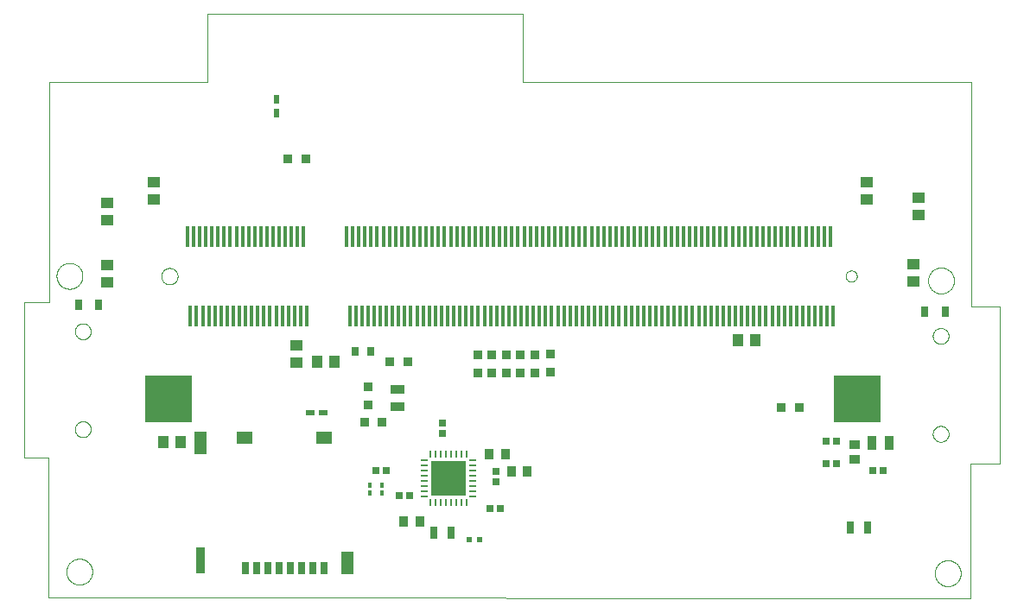
<source format=gbp>
G75*
%MOIN*%
%OFA0B0*%
%FSLAX25Y25*%
%IPPOS*%
%LPD*%
%AMOC8*
5,1,8,0,0,1.08239X$1,22.5*
%
%ADD10C,0.00000*%
%ADD11R,0.03800X0.03600*%
%ADD12R,0.03600X0.03800*%
%ADD13R,0.05700X0.03800*%
%ADD14R,0.04724X0.03959*%
%ADD15R,0.03959X0.04724*%
%ADD16R,0.01378X0.07874*%
%ADD17R,0.18110X0.18110*%
%ADD18R,0.02760X0.03940*%
%ADD19R,0.03000X0.03200*%
%ADD20R,0.02400X0.03400*%
%ADD21R,0.03400X0.02400*%
%ADD22R,0.03150X0.04882*%
%ADD23R,0.03740X0.09843*%
%ADD24R,0.04528X0.08661*%
%ADD25R,0.05906X0.04528*%
%ADD26R,0.04100X0.03600*%
%ADD27R,0.03800X0.05700*%
%ADD28R,0.02800X0.02800*%
%ADD29R,0.02756X0.00984*%
%ADD30R,0.13583X0.13583*%
%ADD31R,0.00984X0.02756*%
%ADD32R,0.03200X0.04200*%
%ADD33R,0.01378X0.01969*%
%ADD34R,0.01693X0.01969*%
%ADD35R,0.02200X0.02400*%
%ADD36R,0.02800X0.04900*%
D10*
X0010700Y0002800D02*
X0011139Y0002800D01*
X0366500Y0002500D01*
X0366500Y0054500D01*
X0377700Y0054500D01*
X0377700Y0115201D01*
X0366900Y0115201D01*
X0366700Y0201801D01*
X0193900Y0201900D01*
X0193900Y0228100D01*
X0072100Y0228100D01*
X0072100Y0201901D01*
X0011139Y0201901D01*
X0011100Y0120100D01*
X0011100Y0116700D01*
X0001500Y0116700D01*
X0001500Y0057000D01*
X0010700Y0056900D01*
X0010700Y0002800D01*
X0017700Y0012800D02*
X0017702Y0012941D01*
X0017708Y0013082D01*
X0017718Y0013222D01*
X0017732Y0013362D01*
X0017750Y0013502D01*
X0017771Y0013641D01*
X0017797Y0013780D01*
X0017826Y0013918D01*
X0017860Y0014054D01*
X0017897Y0014190D01*
X0017938Y0014325D01*
X0017983Y0014459D01*
X0018032Y0014591D01*
X0018084Y0014722D01*
X0018140Y0014851D01*
X0018200Y0014978D01*
X0018263Y0015104D01*
X0018329Y0015228D01*
X0018400Y0015351D01*
X0018473Y0015471D01*
X0018550Y0015589D01*
X0018630Y0015705D01*
X0018714Y0015818D01*
X0018800Y0015929D01*
X0018890Y0016038D01*
X0018983Y0016144D01*
X0019078Y0016247D01*
X0019177Y0016348D01*
X0019278Y0016446D01*
X0019382Y0016541D01*
X0019489Y0016633D01*
X0019598Y0016722D01*
X0019710Y0016807D01*
X0019824Y0016890D01*
X0019940Y0016970D01*
X0020059Y0017046D01*
X0020180Y0017118D01*
X0020302Y0017188D01*
X0020427Y0017253D01*
X0020553Y0017316D01*
X0020681Y0017374D01*
X0020811Y0017429D01*
X0020942Y0017481D01*
X0021075Y0017528D01*
X0021209Y0017572D01*
X0021344Y0017613D01*
X0021480Y0017649D01*
X0021617Y0017681D01*
X0021755Y0017710D01*
X0021893Y0017735D01*
X0022033Y0017755D01*
X0022173Y0017772D01*
X0022313Y0017785D01*
X0022454Y0017794D01*
X0022594Y0017799D01*
X0022735Y0017800D01*
X0022876Y0017797D01*
X0023017Y0017790D01*
X0023157Y0017779D01*
X0023297Y0017764D01*
X0023437Y0017745D01*
X0023576Y0017723D01*
X0023714Y0017696D01*
X0023852Y0017666D01*
X0023988Y0017631D01*
X0024124Y0017593D01*
X0024258Y0017551D01*
X0024392Y0017505D01*
X0024524Y0017456D01*
X0024654Y0017402D01*
X0024783Y0017345D01*
X0024910Y0017285D01*
X0025036Y0017221D01*
X0025159Y0017153D01*
X0025281Y0017082D01*
X0025401Y0017008D01*
X0025518Y0016930D01*
X0025633Y0016849D01*
X0025746Y0016765D01*
X0025857Y0016678D01*
X0025965Y0016587D01*
X0026070Y0016494D01*
X0026173Y0016397D01*
X0026273Y0016298D01*
X0026370Y0016196D01*
X0026464Y0016091D01*
X0026555Y0015984D01*
X0026643Y0015874D01*
X0026728Y0015762D01*
X0026810Y0015647D01*
X0026889Y0015530D01*
X0026964Y0015411D01*
X0027036Y0015290D01*
X0027104Y0015167D01*
X0027169Y0015042D01*
X0027231Y0014915D01*
X0027288Y0014786D01*
X0027343Y0014656D01*
X0027393Y0014525D01*
X0027440Y0014392D01*
X0027483Y0014258D01*
X0027522Y0014122D01*
X0027557Y0013986D01*
X0027589Y0013849D01*
X0027616Y0013711D01*
X0027640Y0013572D01*
X0027660Y0013432D01*
X0027676Y0013292D01*
X0027688Y0013152D01*
X0027696Y0013011D01*
X0027700Y0012870D01*
X0027700Y0012730D01*
X0027696Y0012589D01*
X0027688Y0012448D01*
X0027676Y0012308D01*
X0027660Y0012168D01*
X0027640Y0012028D01*
X0027616Y0011889D01*
X0027589Y0011751D01*
X0027557Y0011614D01*
X0027522Y0011478D01*
X0027483Y0011342D01*
X0027440Y0011208D01*
X0027393Y0011075D01*
X0027343Y0010944D01*
X0027288Y0010814D01*
X0027231Y0010685D01*
X0027169Y0010558D01*
X0027104Y0010433D01*
X0027036Y0010310D01*
X0026964Y0010189D01*
X0026889Y0010070D01*
X0026810Y0009953D01*
X0026728Y0009838D01*
X0026643Y0009726D01*
X0026555Y0009616D01*
X0026464Y0009509D01*
X0026370Y0009404D01*
X0026273Y0009302D01*
X0026173Y0009203D01*
X0026070Y0009106D01*
X0025965Y0009013D01*
X0025857Y0008922D01*
X0025746Y0008835D01*
X0025633Y0008751D01*
X0025518Y0008670D01*
X0025401Y0008592D01*
X0025281Y0008518D01*
X0025159Y0008447D01*
X0025036Y0008379D01*
X0024910Y0008315D01*
X0024783Y0008255D01*
X0024654Y0008198D01*
X0024524Y0008144D01*
X0024392Y0008095D01*
X0024258Y0008049D01*
X0024124Y0008007D01*
X0023988Y0007969D01*
X0023852Y0007934D01*
X0023714Y0007904D01*
X0023576Y0007877D01*
X0023437Y0007855D01*
X0023297Y0007836D01*
X0023157Y0007821D01*
X0023017Y0007810D01*
X0022876Y0007803D01*
X0022735Y0007800D01*
X0022594Y0007801D01*
X0022454Y0007806D01*
X0022313Y0007815D01*
X0022173Y0007828D01*
X0022033Y0007845D01*
X0021893Y0007865D01*
X0021755Y0007890D01*
X0021617Y0007919D01*
X0021480Y0007951D01*
X0021344Y0007987D01*
X0021209Y0008028D01*
X0021075Y0008072D01*
X0020942Y0008119D01*
X0020811Y0008171D01*
X0020681Y0008226D01*
X0020553Y0008284D01*
X0020427Y0008347D01*
X0020302Y0008412D01*
X0020180Y0008482D01*
X0020059Y0008554D01*
X0019940Y0008630D01*
X0019824Y0008710D01*
X0019710Y0008793D01*
X0019598Y0008878D01*
X0019489Y0008967D01*
X0019382Y0009059D01*
X0019278Y0009154D01*
X0019177Y0009252D01*
X0019078Y0009353D01*
X0018983Y0009456D01*
X0018890Y0009562D01*
X0018800Y0009671D01*
X0018714Y0009782D01*
X0018630Y0009895D01*
X0018550Y0010011D01*
X0018473Y0010129D01*
X0018400Y0010249D01*
X0018329Y0010372D01*
X0018263Y0010496D01*
X0018200Y0010622D01*
X0018140Y0010749D01*
X0018084Y0010878D01*
X0018032Y0011009D01*
X0017983Y0011141D01*
X0017938Y0011275D01*
X0017897Y0011410D01*
X0017860Y0011546D01*
X0017826Y0011682D01*
X0017797Y0011820D01*
X0017771Y0011959D01*
X0017750Y0012098D01*
X0017732Y0012238D01*
X0017718Y0012378D01*
X0017708Y0012518D01*
X0017702Y0012659D01*
X0017700Y0012800D01*
X0020991Y0067802D02*
X0020993Y0067912D01*
X0020999Y0068022D01*
X0021009Y0068132D01*
X0021023Y0068241D01*
X0021041Y0068350D01*
X0021062Y0068458D01*
X0021088Y0068565D01*
X0021117Y0068671D01*
X0021151Y0068776D01*
X0021188Y0068880D01*
X0021229Y0068982D01*
X0021273Y0069083D01*
X0021321Y0069182D01*
X0021373Y0069280D01*
X0021428Y0069375D01*
X0021486Y0069468D01*
X0021548Y0069559D01*
X0021613Y0069648D01*
X0021681Y0069735D01*
X0021753Y0069819D01*
X0021827Y0069900D01*
X0021904Y0069979D01*
X0021984Y0070055D01*
X0022067Y0070127D01*
X0022152Y0070197D01*
X0022240Y0070264D01*
X0022330Y0070327D01*
X0022422Y0070387D01*
X0022516Y0070444D01*
X0022613Y0070498D01*
X0022711Y0070547D01*
X0022811Y0070594D01*
X0022913Y0070636D01*
X0023016Y0070675D01*
X0023120Y0070710D01*
X0023226Y0070742D01*
X0023332Y0070769D01*
X0023440Y0070793D01*
X0023548Y0070813D01*
X0023657Y0070829D01*
X0023767Y0070841D01*
X0023877Y0070849D01*
X0023987Y0070853D01*
X0024097Y0070853D01*
X0024207Y0070849D01*
X0024317Y0070841D01*
X0024427Y0070829D01*
X0024536Y0070813D01*
X0024644Y0070793D01*
X0024752Y0070769D01*
X0024858Y0070742D01*
X0024964Y0070710D01*
X0025068Y0070675D01*
X0025171Y0070636D01*
X0025273Y0070594D01*
X0025373Y0070547D01*
X0025471Y0070498D01*
X0025567Y0070444D01*
X0025662Y0070387D01*
X0025754Y0070327D01*
X0025844Y0070264D01*
X0025932Y0070197D01*
X0026017Y0070127D01*
X0026100Y0070055D01*
X0026180Y0069979D01*
X0026257Y0069900D01*
X0026331Y0069819D01*
X0026403Y0069735D01*
X0026471Y0069648D01*
X0026536Y0069559D01*
X0026598Y0069468D01*
X0026656Y0069375D01*
X0026711Y0069280D01*
X0026763Y0069182D01*
X0026811Y0069083D01*
X0026855Y0068982D01*
X0026896Y0068880D01*
X0026933Y0068776D01*
X0026967Y0068671D01*
X0026996Y0068565D01*
X0027022Y0068458D01*
X0027043Y0068350D01*
X0027061Y0068241D01*
X0027075Y0068132D01*
X0027085Y0068022D01*
X0027091Y0067912D01*
X0027093Y0067802D01*
X0027091Y0067692D01*
X0027085Y0067582D01*
X0027075Y0067472D01*
X0027061Y0067363D01*
X0027043Y0067254D01*
X0027022Y0067146D01*
X0026996Y0067039D01*
X0026967Y0066933D01*
X0026933Y0066828D01*
X0026896Y0066724D01*
X0026855Y0066622D01*
X0026811Y0066521D01*
X0026763Y0066422D01*
X0026711Y0066324D01*
X0026656Y0066229D01*
X0026598Y0066136D01*
X0026536Y0066045D01*
X0026471Y0065956D01*
X0026403Y0065869D01*
X0026331Y0065785D01*
X0026257Y0065704D01*
X0026180Y0065625D01*
X0026100Y0065549D01*
X0026017Y0065477D01*
X0025932Y0065407D01*
X0025844Y0065340D01*
X0025754Y0065277D01*
X0025662Y0065217D01*
X0025568Y0065160D01*
X0025471Y0065106D01*
X0025373Y0065057D01*
X0025273Y0065010D01*
X0025171Y0064968D01*
X0025068Y0064929D01*
X0024964Y0064894D01*
X0024858Y0064862D01*
X0024752Y0064835D01*
X0024644Y0064811D01*
X0024536Y0064791D01*
X0024427Y0064775D01*
X0024317Y0064763D01*
X0024207Y0064755D01*
X0024097Y0064751D01*
X0023987Y0064751D01*
X0023877Y0064755D01*
X0023767Y0064763D01*
X0023657Y0064775D01*
X0023548Y0064791D01*
X0023440Y0064811D01*
X0023332Y0064835D01*
X0023226Y0064862D01*
X0023120Y0064894D01*
X0023016Y0064929D01*
X0022913Y0064968D01*
X0022811Y0065010D01*
X0022711Y0065057D01*
X0022613Y0065106D01*
X0022516Y0065160D01*
X0022422Y0065217D01*
X0022330Y0065277D01*
X0022240Y0065340D01*
X0022152Y0065407D01*
X0022067Y0065477D01*
X0021984Y0065549D01*
X0021904Y0065625D01*
X0021827Y0065704D01*
X0021753Y0065785D01*
X0021681Y0065869D01*
X0021613Y0065956D01*
X0021548Y0066045D01*
X0021486Y0066136D01*
X0021428Y0066229D01*
X0021373Y0066324D01*
X0021321Y0066422D01*
X0021273Y0066521D01*
X0021229Y0066622D01*
X0021188Y0066724D01*
X0021151Y0066828D01*
X0021117Y0066933D01*
X0021088Y0067039D01*
X0021062Y0067146D01*
X0021041Y0067254D01*
X0021023Y0067363D01*
X0021009Y0067472D01*
X0020999Y0067582D01*
X0020993Y0067692D01*
X0020991Y0067802D01*
X0020991Y0105598D02*
X0020993Y0105708D01*
X0020999Y0105818D01*
X0021009Y0105928D01*
X0021023Y0106037D01*
X0021041Y0106146D01*
X0021062Y0106254D01*
X0021088Y0106361D01*
X0021117Y0106467D01*
X0021151Y0106572D01*
X0021188Y0106676D01*
X0021229Y0106778D01*
X0021273Y0106879D01*
X0021321Y0106978D01*
X0021373Y0107076D01*
X0021428Y0107171D01*
X0021486Y0107264D01*
X0021548Y0107355D01*
X0021613Y0107444D01*
X0021681Y0107531D01*
X0021753Y0107615D01*
X0021827Y0107696D01*
X0021904Y0107775D01*
X0021984Y0107851D01*
X0022067Y0107923D01*
X0022152Y0107993D01*
X0022240Y0108060D01*
X0022330Y0108123D01*
X0022422Y0108183D01*
X0022516Y0108240D01*
X0022613Y0108294D01*
X0022711Y0108343D01*
X0022811Y0108390D01*
X0022913Y0108432D01*
X0023016Y0108471D01*
X0023120Y0108506D01*
X0023226Y0108538D01*
X0023332Y0108565D01*
X0023440Y0108589D01*
X0023548Y0108609D01*
X0023657Y0108625D01*
X0023767Y0108637D01*
X0023877Y0108645D01*
X0023987Y0108649D01*
X0024097Y0108649D01*
X0024207Y0108645D01*
X0024317Y0108637D01*
X0024427Y0108625D01*
X0024536Y0108609D01*
X0024644Y0108589D01*
X0024752Y0108565D01*
X0024858Y0108538D01*
X0024964Y0108506D01*
X0025068Y0108471D01*
X0025171Y0108432D01*
X0025273Y0108390D01*
X0025373Y0108343D01*
X0025471Y0108294D01*
X0025567Y0108240D01*
X0025662Y0108183D01*
X0025754Y0108123D01*
X0025844Y0108060D01*
X0025932Y0107993D01*
X0026017Y0107923D01*
X0026100Y0107851D01*
X0026180Y0107775D01*
X0026257Y0107696D01*
X0026331Y0107615D01*
X0026403Y0107531D01*
X0026471Y0107444D01*
X0026536Y0107355D01*
X0026598Y0107264D01*
X0026656Y0107171D01*
X0026711Y0107076D01*
X0026763Y0106978D01*
X0026811Y0106879D01*
X0026855Y0106778D01*
X0026896Y0106676D01*
X0026933Y0106572D01*
X0026967Y0106467D01*
X0026996Y0106361D01*
X0027022Y0106254D01*
X0027043Y0106146D01*
X0027061Y0106037D01*
X0027075Y0105928D01*
X0027085Y0105818D01*
X0027091Y0105708D01*
X0027093Y0105598D01*
X0027091Y0105488D01*
X0027085Y0105378D01*
X0027075Y0105268D01*
X0027061Y0105159D01*
X0027043Y0105050D01*
X0027022Y0104942D01*
X0026996Y0104835D01*
X0026967Y0104729D01*
X0026933Y0104624D01*
X0026896Y0104520D01*
X0026855Y0104418D01*
X0026811Y0104317D01*
X0026763Y0104218D01*
X0026711Y0104120D01*
X0026656Y0104025D01*
X0026598Y0103932D01*
X0026536Y0103841D01*
X0026471Y0103752D01*
X0026403Y0103665D01*
X0026331Y0103581D01*
X0026257Y0103500D01*
X0026180Y0103421D01*
X0026100Y0103345D01*
X0026017Y0103273D01*
X0025932Y0103203D01*
X0025844Y0103136D01*
X0025754Y0103073D01*
X0025662Y0103013D01*
X0025568Y0102956D01*
X0025471Y0102902D01*
X0025373Y0102853D01*
X0025273Y0102806D01*
X0025171Y0102764D01*
X0025068Y0102725D01*
X0024964Y0102690D01*
X0024858Y0102658D01*
X0024752Y0102631D01*
X0024644Y0102607D01*
X0024536Y0102587D01*
X0024427Y0102571D01*
X0024317Y0102559D01*
X0024207Y0102551D01*
X0024097Y0102547D01*
X0023987Y0102547D01*
X0023877Y0102551D01*
X0023767Y0102559D01*
X0023657Y0102571D01*
X0023548Y0102587D01*
X0023440Y0102607D01*
X0023332Y0102631D01*
X0023226Y0102658D01*
X0023120Y0102690D01*
X0023016Y0102725D01*
X0022913Y0102764D01*
X0022811Y0102806D01*
X0022711Y0102853D01*
X0022613Y0102902D01*
X0022516Y0102956D01*
X0022422Y0103013D01*
X0022330Y0103073D01*
X0022240Y0103136D01*
X0022152Y0103203D01*
X0022067Y0103273D01*
X0021984Y0103345D01*
X0021904Y0103421D01*
X0021827Y0103500D01*
X0021753Y0103581D01*
X0021681Y0103665D01*
X0021613Y0103752D01*
X0021548Y0103841D01*
X0021486Y0103932D01*
X0021428Y0104025D01*
X0021373Y0104120D01*
X0021321Y0104218D01*
X0021273Y0104317D01*
X0021229Y0104418D01*
X0021188Y0104520D01*
X0021151Y0104624D01*
X0021117Y0104729D01*
X0021088Y0104835D01*
X0021062Y0104942D01*
X0021041Y0105050D01*
X0021023Y0105159D01*
X0021009Y0105268D01*
X0020999Y0105378D01*
X0020993Y0105488D01*
X0020991Y0105598D01*
X0013900Y0127000D02*
X0013902Y0127141D01*
X0013908Y0127282D01*
X0013918Y0127422D01*
X0013932Y0127562D01*
X0013950Y0127702D01*
X0013971Y0127841D01*
X0013997Y0127980D01*
X0014026Y0128118D01*
X0014060Y0128254D01*
X0014097Y0128390D01*
X0014138Y0128525D01*
X0014183Y0128659D01*
X0014232Y0128791D01*
X0014284Y0128922D01*
X0014340Y0129051D01*
X0014400Y0129178D01*
X0014463Y0129304D01*
X0014529Y0129428D01*
X0014600Y0129551D01*
X0014673Y0129671D01*
X0014750Y0129789D01*
X0014830Y0129905D01*
X0014914Y0130018D01*
X0015000Y0130129D01*
X0015090Y0130238D01*
X0015183Y0130344D01*
X0015278Y0130447D01*
X0015377Y0130548D01*
X0015478Y0130646D01*
X0015582Y0130741D01*
X0015689Y0130833D01*
X0015798Y0130922D01*
X0015910Y0131007D01*
X0016024Y0131090D01*
X0016140Y0131170D01*
X0016259Y0131246D01*
X0016380Y0131318D01*
X0016502Y0131388D01*
X0016627Y0131453D01*
X0016753Y0131516D01*
X0016881Y0131574D01*
X0017011Y0131629D01*
X0017142Y0131681D01*
X0017275Y0131728D01*
X0017409Y0131772D01*
X0017544Y0131813D01*
X0017680Y0131849D01*
X0017817Y0131881D01*
X0017955Y0131910D01*
X0018093Y0131935D01*
X0018233Y0131955D01*
X0018373Y0131972D01*
X0018513Y0131985D01*
X0018654Y0131994D01*
X0018794Y0131999D01*
X0018935Y0132000D01*
X0019076Y0131997D01*
X0019217Y0131990D01*
X0019357Y0131979D01*
X0019497Y0131964D01*
X0019637Y0131945D01*
X0019776Y0131923D01*
X0019914Y0131896D01*
X0020052Y0131866D01*
X0020188Y0131831D01*
X0020324Y0131793D01*
X0020458Y0131751D01*
X0020592Y0131705D01*
X0020724Y0131656D01*
X0020854Y0131602D01*
X0020983Y0131545D01*
X0021110Y0131485D01*
X0021236Y0131421D01*
X0021359Y0131353D01*
X0021481Y0131282D01*
X0021601Y0131208D01*
X0021718Y0131130D01*
X0021833Y0131049D01*
X0021946Y0130965D01*
X0022057Y0130878D01*
X0022165Y0130787D01*
X0022270Y0130694D01*
X0022373Y0130597D01*
X0022473Y0130498D01*
X0022570Y0130396D01*
X0022664Y0130291D01*
X0022755Y0130184D01*
X0022843Y0130074D01*
X0022928Y0129962D01*
X0023010Y0129847D01*
X0023089Y0129730D01*
X0023164Y0129611D01*
X0023236Y0129490D01*
X0023304Y0129367D01*
X0023369Y0129242D01*
X0023431Y0129115D01*
X0023488Y0128986D01*
X0023543Y0128856D01*
X0023593Y0128725D01*
X0023640Y0128592D01*
X0023683Y0128458D01*
X0023722Y0128322D01*
X0023757Y0128186D01*
X0023789Y0128049D01*
X0023816Y0127911D01*
X0023840Y0127772D01*
X0023860Y0127632D01*
X0023876Y0127492D01*
X0023888Y0127352D01*
X0023896Y0127211D01*
X0023900Y0127070D01*
X0023900Y0126930D01*
X0023896Y0126789D01*
X0023888Y0126648D01*
X0023876Y0126508D01*
X0023860Y0126368D01*
X0023840Y0126228D01*
X0023816Y0126089D01*
X0023789Y0125951D01*
X0023757Y0125814D01*
X0023722Y0125678D01*
X0023683Y0125542D01*
X0023640Y0125408D01*
X0023593Y0125275D01*
X0023543Y0125144D01*
X0023488Y0125014D01*
X0023431Y0124885D01*
X0023369Y0124758D01*
X0023304Y0124633D01*
X0023236Y0124510D01*
X0023164Y0124389D01*
X0023089Y0124270D01*
X0023010Y0124153D01*
X0022928Y0124038D01*
X0022843Y0123926D01*
X0022755Y0123816D01*
X0022664Y0123709D01*
X0022570Y0123604D01*
X0022473Y0123502D01*
X0022373Y0123403D01*
X0022270Y0123306D01*
X0022165Y0123213D01*
X0022057Y0123122D01*
X0021946Y0123035D01*
X0021833Y0122951D01*
X0021718Y0122870D01*
X0021601Y0122792D01*
X0021481Y0122718D01*
X0021359Y0122647D01*
X0021236Y0122579D01*
X0021110Y0122515D01*
X0020983Y0122455D01*
X0020854Y0122398D01*
X0020724Y0122344D01*
X0020592Y0122295D01*
X0020458Y0122249D01*
X0020324Y0122207D01*
X0020188Y0122169D01*
X0020052Y0122134D01*
X0019914Y0122104D01*
X0019776Y0122077D01*
X0019637Y0122055D01*
X0019497Y0122036D01*
X0019357Y0122021D01*
X0019217Y0122010D01*
X0019076Y0122003D01*
X0018935Y0122000D01*
X0018794Y0122001D01*
X0018654Y0122006D01*
X0018513Y0122015D01*
X0018373Y0122028D01*
X0018233Y0122045D01*
X0018093Y0122065D01*
X0017955Y0122090D01*
X0017817Y0122119D01*
X0017680Y0122151D01*
X0017544Y0122187D01*
X0017409Y0122228D01*
X0017275Y0122272D01*
X0017142Y0122319D01*
X0017011Y0122371D01*
X0016881Y0122426D01*
X0016753Y0122484D01*
X0016627Y0122547D01*
X0016502Y0122612D01*
X0016380Y0122682D01*
X0016259Y0122754D01*
X0016140Y0122830D01*
X0016024Y0122910D01*
X0015910Y0122993D01*
X0015798Y0123078D01*
X0015689Y0123167D01*
X0015582Y0123259D01*
X0015478Y0123354D01*
X0015377Y0123452D01*
X0015278Y0123553D01*
X0015183Y0123656D01*
X0015090Y0123762D01*
X0015000Y0123871D01*
X0014914Y0123982D01*
X0014830Y0124095D01*
X0014750Y0124211D01*
X0014673Y0124329D01*
X0014600Y0124449D01*
X0014529Y0124572D01*
X0014463Y0124696D01*
X0014400Y0124822D01*
X0014340Y0124949D01*
X0014284Y0125078D01*
X0014232Y0125209D01*
X0014183Y0125341D01*
X0014138Y0125475D01*
X0014097Y0125610D01*
X0014060Y0125746D01*
X0014026Y0125882D01*
X0013997Y0126020D01*
X0013971Y0126159D01*
X0013950Y0126298D01*
X0013932Y0126438D01*
X0013918Y0126578D01*
X0013908Y0126718D01*
X0013902Y0126859D01*
X0013900Y0127000D01*
X0054324Y0126900D02*
X0054326Y0127012D01*
X0054332Y0127123D01*
X0054342Y0127235D01*
X0054356Y0127346D01*
X0054373Y0127456D01*
X0054395Y0127566D01*
X0054421Y0127674D01*
X0054450Y0127782D01*
X0054483Y0127889D01*
X0054520Y0127995D01*
X0054561Y0128099D01*
X0054605Y0128201D01*
X0054653Y0128302D01*
X0054705Y0128401D01*
X0054760Y0128499D01*
X0054818Y0128594D01*
X0054880Y0128687D01*
X0054945Y0128778D01*
X0055014Y0128866D01*
X0055085Y0128953D01*
X0055159Y0129036D01*
X0055236Y0129117D01*
X0055317Y0129195D01*
X0055399Y0129270D01*
X0055485Y0129342D01*
X0055573Y0129411D01*
X0055663Y0129477D01*
X0055756Y0129539D01*
X0055850Y0129599D01*
X0055947Y0129655D01*
X0056046Y0129707D01*
X0056146Y0129756D01*
X0056249Y0129801D01*
X0056352Y0129843D01*
X0056457Y0129881D01*
X0056564Y0129915D01*
X0056671Y0129945D01*
X0056780Y0129972D01*
X0056890Y0129994D01*
X0057000Y0130013D01*
X0057111Y0130028D01*
X0057222Y0130039D01*
X0057333Y0130046D01*
X0057445Y0130049D01*
X0057557Y0130048D01*
X0057668Y0130043D01*
X0057780Y0130034D01*
X0057891Y0130021D01*
X0058001Y0130004D01*
X0058111Y0129984D01*
X0058220Y0129959D01*
X0058328Y0129931D01*
X0058435Y0129898D01*
X0058541Y0129862D01*
X0058646Y0129822D01*
X0058749Y0129779D01*
X0058850Y0129732D01*
X0058950Y0129681D01*
X0059047Y0129627D01*
X0059143Y0129570D01*
X0059237Y0129509D01*
X0059328Y0129444D01*
X0059418Y0129377D01*
X0059504Y0129306D01*
X0059588Y0129233D01*
X0059670Y0129156D01*
X0059749Y0129077D01*
X0059824Y0128995D01*
X0059897Y0128910D01*
X0059967Y0128823D01*
X0060034Y0128733D01*
X0060097Y0128641D01*
X0060157Y0128547D01*
X0060214Y0128450D01*
X0060267Y0128352D01*
X0060317Y0128252D01*
X0060363Y0128150D01*
X0060406Y0128047D01*
X0060445Y0127942D01*
X0060480Y0127836D01*
X0060511Y0127729D01*
X0060539Y0127620D01*
X0060562Y0127511D01*
X0060582Y0127401D01*
X0060598Y0127290D01*
X0060610Y0127179D01*
X0060618Y0127068D01*
X0060622Y0126956D01*
X0060622Y0126844D01*
X0060618Y0126732D01*
X0060610Y0126621D01*
X0060598Y0126510D01*
X0060582Y0126399D01*
X0060562Y0126289D01*
X0060539Y0126180D01*
X0060511Y0126071D01*
X0060480Y0125964D01*
X0060445Y0125858D01*
X0060406Y0125753D01*
X0060363Y0125650D01*
X0060317Y0125548D01*
X0060267Y0125448D01*
X0060214Y0125350D01*
X0060157Y0125253D01*
X0060097Y0125159D01*
X0060034Y0125067D01*
X0059967Y0124977D01*
X0059897Y0124890D01*
X0059824Y0124805D01*
X0059749Y0124723D01*
X0059670Y0124644D01*
X0059588Y0124567D01*
X0059504Y0124494D01*
X0059418Y0124423D01*
X0059328Y0124356D01*
X0059237Y0124291D01*
X0059143Y0124230D01*
X0059048Y0124173D01*
X0058950Y0124119D01*
X0058850Y0124068D01*
X0058749Y0124021D01*
X0058646Y0123978D01*
X0058541Y0123938D01*
X0058435Y0123902D01*
X0058328Y0123869D01*
X0058220Y0123841D01*
X0058111Y0123816D01*
X0058001Y0123796D01*
X0057891Y0123779D01*
X0057780Y0123766D01*
X0057668Y0123757D01*
X0057557Y0123752D01*
X0057445Y0123751D01*
X0057333Y0123754D01*
X0057222Y0123761D01*
X0057111Y0123772D01*
X0057000Y0123787D01*
X0056890Y0123806D01*
X0056780Y0123828D01*
X0056671Y0123855D01*
X0056564Y0123885D01*
X0056457Y0123919D01*
X0056352Y0123957D01*
X0056249Y0123999D01*
X0056146Y0124044D01*
X0056046Y0124093D01*
X0055947Y0124145D01*
X0055850Y0124201D01*
X0055756Y0124261D01*
X0055663Y0124323D01*
X0055573Y0124389D01*
X0055485Y0124458D01*
X0055399Y0124530D01*
X0055317Y0124605D01*
X0055236Y0124683D01*
X0055159Y0124764D01*
X0055085Y0124847D01*
X0055014Y0124934D01*
X0054945Y0125022D01*
X0054880Y0125113D01*
X0054818Y0125206D01*
X0054760Y0125301D01*
X0054705Y0125399D01*
X0054653Y0125498D01*
X0054605Y0125599D01*
X0054561Y0125701D01*
X0054520Y0125805D01*
X0054483Y0125911D01*
X0054450Y0126018D01*
X0054421Y0126126D01*
X0054395Y0126234D01*
X0054373Y0126344D01*
X0054356Y0126454D01*
X0054342Y0126565D01*
X0054332Y0126677D01*
X0054326Y0126788D01*
X0054324Y0126900D01*
X0318300Y0126900D02*
X0318302Y0126993D01*
X0318308Y0127085D01*
X0318318Y0127177D01*
X0318332Y0127268D01*
X0318349Y0127359D01*
X0318371Y0127449D01*
X0318396Y0127538D01*
X0318425Y0127626D01*
X0318458Y0127712D01*
X0318495Y0127797D01*
X0318535Y0127881D01*
X0318579Y0127962D01*
X0318626Y0128042D01*
X0318676Y0128120D01*
X0318730Y0128195D01*
X0318787Y0128268D01*
X0318847Y0128338D01*
X0318910Y0128406D01*
X0318976Y0128471D01*
X0319044Y0128533D01*
X0319115Y0128593D01*
X0319189Y0128649D01*
X0319265Y0128702D01*
X0319343Y0128751D01*
X0319423Y0128798D01*
X0319505Y0128840D01*
X0319589Y0128880D01*
X0319674Y0128915D01*
X0319761Y0128947D01*
X0319849Y0128976D01*
X0319938Y0129000D01*
X0320028Y0129021D01*
X0320119Y0129037D01*
X0320211Y0129050D01*
X0320303Y0129059D01*
X0320396Y0129064D01*
X0320488Y0129065D01*
X0320581Y0129062D01*
X0320673Y0129055D01*
X0320765Y0129044D01*
X0320856Y0129029D01*
X0320947Y0129011D01*
X0321037Y0128988D01*
X0321125Y0128962D01*
X0321213Y0128932D01*
X0321299Y0128898D01*
X0321383Y0128861D01*
X0321466Y0128819D01*
X0321547Y0128775D01*
X0321627Y0128727D01*
X0321704Y0128676D01*
X0321778Y0128621D01*
X0321851Y0128563D01*
X0321921Y0128503D01*
X0321988Y0128439D01*
X0322052Y0128373D01*
X0322114Y0128303D01*
X0322172Y0128232D01*
X0322227Y0128158D01*
X0322279Y0128081D01*
X0322328Y0128002D01*
X0322374Y0127922D01*
X0322416Y0127839D01*
X0322454Y0127755D01*
X0322489Y0127669D01*
X0322520Y0127582D01*
X0322547Y0127494D01*
X0322570Y0127404D01*
X0322590Y0127314D01*
X0322606Y0127223D01*
X0322618Y0127131D01*
X0322626Y0127039D01*
X0322630Y0126946D01*
X0322630Y0126854D01*
X0322626Y0126761D01*
X0322618Y0126669D01*
X0322606Y0126577D01*
X0322590Y0126486D01*
X0322570Y0126396D01*
X0322547Y0126306D01*
X0322520Y0126218D01*
X0322489Y0126131D01*
X0322454Y0126045D01*
X0322416Y0125961D01*
X0322374Y0125878D01*
X0322328Y0125798D01*
X0322279Y0125719D01*
X0322227Y0125642D01*
X0322172Y0125568D01*
X0322114Y0125497D01*
X0322052Y0125427D01*
X0321988Y0125361D01*
X0321921Y0125297D01*
X0321851Y0125237D01*
X0321778Y0125179D01*
X0321704Y0125124D01*
X0321627Y0125073D01*
X0321548Y0125025D01*
X0321466Y0124981D01*
X0321383Y0124939D01*
X0321299Y0124902D01*
X0321213Y0124868D01*
X0321125Y0124838D01*
X0321037Y0124812D01*
X0320947Y0124789D01*
X0320856Y0124771D01*
X0320765Y0124756D01*
X0320673Y0124745D01*
X0320581Y0124738D01*
X0320488Y0124735D01*
X0320396Y0124736D01*
X0320303Y0124741D01*
X0320211Y0124750D01*
X0320119Y0124763D01*
X0320028Y0124779D01*
X0319938Y0124800D01*
X0319849Y0124824D01*
X0319761Y0124853D01*
X0319674Y0124885D01*
X0319589Y0124920D01*
X0319505Y0124960D01*
X0319423Y0125002D01*
X0319343Y0125049D01*
X0319265Y0125098D01*
X0319189Y0125151D01*
X0319115Y0125207D01*
X0319044Y0125267D01*
X0318976Y0125329D01*
X0318910Y0125394D01*
X0318847Y0125462D01*
X0318787Y0125532D01*
X0318730Y0125605D01*
X0318676Y0125680D01*
X0318626Y0125758D01*
X0318579Y0125838D01*
X0318535Y0125919D01*
X0318495Y0126003D01*
X0318458Y0126088D01*
X0318425Y0126174D01*
X0318396Y0126262D01*
X0318371Y0126351D01*
X0318349Y0126441D01*
X0318332Y0126532D01*
X0318318Y0126623D01*
X0318308Y0126715D01*
X0318302Y0126807D01*
X0318300Y0126900D01*
X0350100Y0125200D02*
X0350102Y0125341D01*
X0350108Y0125482D01*
X0350118Y0125622D01*
X0350132Y0125762D01*
X0350150Y0125902D01*
X0350171Y0126041D01*
X0350197Y0126180D01*
X0350226Y0126318D01*
X0350260Y0126454D01*
X0350297Y0126590D01*
X0350338Y0126725D01*
X0350383Y0126859D01*
X0350432Y0126991D01*
X0350484Y0127122D01*
X0350540Y0127251D01*
X0350600Y0127378D01*
X0350663Y0127504D01*
X0350729Y0127628D01*
X0350800Y0127751D01*
X0350873Y0127871D01*
X0350950Y0127989D01*
X0351030Y0128105D01*
X0351114Y0128218D01*
X0351200Y0128329D01*
X0351290Y0128438D01*
X0351383Y0128544D01*
X0351478Y0128647D01*
X0351577Y0128748D01*
X0351678Y0128846D01*
X0351782Y0128941D01*
X0351889Y0129033D01*
X0351998Y0129122D01*
X0352110Y0129207D01*
X0352224Y0129290D01*
X0352340Y0129370D01*
X0352459Y0129446D01*
X0352580Y0129518D01*
X0352702Y0129588D01*
X0352827Y0129653D01*
X0352953Y0129716D01*
X0353081Y0129774D01*
X0353211Y0129829D01*
X0353342Y0129881D01*
X0353475Y0129928D01*
X0353609Y0129972D01*
X0353744Y0130013D01*
X0353880Y0130049D01*
X0354017Y0130081D01*
X0354155Y0130110D01*
X0354293Y0130135D01*
X0354433Y0130155D01*
X0354573Y0130172D01*
X0354713Y0130185D01*
X0354854Y0130194D01*
X0354994Y0130199D01*
X0355135Y0130200D01*
X0355276Y0130197D01*
X0355417Y0130190D01*
X0355557Y0130179D01*
X0355697Y0130164D01*
X0355837Y0130145D01*
X0355976Y0130123D01*
X0356114Y0130096D01*
X0356252Y0130066D01*
X0356388Y0130031D01*
X0356524Y0129993D01*
X0356658Y0129951D01*
X0356792Y0129905D01*
X0356924Y0129856D01*
X0357054Y0129802D01*
X0357183Y0129745D01*
X0357310Y0129685D01*
X0357436Y0129621D01*
X0357559Y0129553D01*
X0357681Y0129482D01*
X0357801Y0129408D01*
X0357918Y0129330D01*
X0358033Y0129249D01*
X0358146Y0129165D01*
X0358257Y0129078D01*
X0358365Y0128987D01*
X0358470Y0128894D01*
X0358573Y0128797D01*
X0358673Y0128698D01*
X0358770Y0128596D01*
X0358864Y0128491D01*
X0358955Y0128384D01*
X0359043Y0128274D01*
X0359128Y0128162D01*
X0359210Y0128047D01*
X0359289Y0127930D01*
X0359364Y0127811D01*
X0359436Y0127690D01*
X0359504Y0127567D01*
X0359569Y0127442D01*
X0359631Y0127315D01*
X0359688Y0127186D01*
X0359743Y0127056D01*
X0359793Y0126925D01*
X0359840Y0126792D01*
X0359883Y0126658D01*
X0359922Y0126522D01*
X0359957Y0126386D01*
X0359989Y0126249D01*
X0360016Y0126111D01*
X0360040Y0125972D01*
X0360060Y0125832D01*
X0360076Y0125692D01*
X0360088Y0125552D01*
X0360096Y0125411D01*
X0360100Y0125270D01*
X0360100Y0125130D01*
X0360096Y0124989D01*
X0360088Y0124848D01*
X0360076Y0124708D01*
X0360060Y0124568D01*
X0360040Y0124428D01*
X0360016Y0124289D01*
X0359989Y0124151D01*
X0359957Y0124014D01*
X0359922Y0123878D01*
X0359883Y0123742D01*
X0359840Y0123608D01*
X0359793Y0123475D01*
X0359743Y0123344D01*
X0359688Y0123214D01*
X0359631Y0123085D01*
X0359569Y0122958D01*
X0359504Y0122833D01*
X0359436Y0122710D01*
X0359364Y0122589D01*
X0359289Y0122470D01*
X0359210Y0122353D01*
X0359128Y0122238D01*
X0359043Y0122126D01*
X0358955Y0122016D01*
X0358864Y0121909D01*
X0358770Y0121804D01*
X0358673Y0121702D01*
X0358573Y0121603D01*
X0358470Y0121506D01*
X0358365Y0121413D01*
X0358257Y0121322D01*
X0358146Y0121235D01*
X0358033Y0121151D01*
X0357918Y0121070D01*
X0357801Y0120992D01*
X0357681Y0120918D01*
X0357559Y0120847D01*
X0357436Y0120779D01*
X0357310Y0120715D01*
X0357183Y0120655D01*
X0357054Y0120598D01*
X0356924Y0120544D01*
X0356792Y0120495D01*
X0356658Y0120449D01*
X0356524Y0120407D01*
X0356388Y0120369D01*
X0356252Y0120334D01*
X0356114Y0120304D01*
X0355976Y0120277D01*
X0355837Y0120255D01*
X0355697Y0120236D01*
X0355557Y0120221D01*
X0355417Y0120210D01*
X0355276Y0120203D01*
X0355135Y0120200D01*
X0354994Y0120201D01*
X0354854Y0120206D01*
X0354713Y0120215D01*
X0354573Y0120228D01*
X0354433Y0120245D01*
X0354293Y0120265D01*
X0354155Y0120290D01*
X0354017Y0120319D01*
X0353880Y0120351D01*
X0353744Y0120387D01*
X0353609Y0120428D01*
X0353475Y0120472D01*
X0353342Y0120519D01*
X0353211Y0120571D01*
X0353081Y0120626D01*
X0352953Y0120684D01*
X0352827Y0120747D01*
X0352702Y0120812D01*
X0352580Y0120882D01*
X0352459Y0120954D01*
X0352340Y0121030D01*
X0352224Y0121110D01*
X0352110Y0121193D01*
X0351998Y0121278D01*
X0351889Y0121367D01*
X0351782Y0121459D01*
X0351678Y0121554D01*
X0351577Y0121652D01*
X0351478Y0121753D01*
X0351383Y0121856D01*
X0351290Y0121962D01*
X0351200Y0122071D01*
X0351114Y0122182D01*
X0351030Y0122295D01*
X0350950Y0122411D01*
X0350873Y0122529D01*
X0350800Y0122649D01*
X0350729Y0122772D01*
X0350663Y0122896D01*
X0350600Y0123022D01*
X0350540Y0123149D01*
X0350484Y0123278D01*
X0350432Y0123409D01*
X0350383Y0123541D01*
X0350338Y0123675D01*
X0350297Y0123810D01*
X0350260Y0123946D01*
X0350226Y0124082D01*
X0350197Y0124220D01*
X0350171Y0124359D01*
X0350150Y0124498D01*
X0350132Y0124638D01*
X0350118Y0124778D01*
X0350108Y0124918D01*
X0350102Y0125059D01*
X0350100Y0125200D01*
X0351907Y0103798D02*
X0351909Y0103908D01*
X0351915Y0104018D01*
X0351925Y0104128D01*
X0351939Y0104237D01*
X0351957Y0104346D01*
X0351978Y0104454D01*
X0352004Y0104561D01*
X0352033Y0104667D01*
X0352067Y0104772D01*
X0352104Y0104876D01*
X0352145Y0104978D01*
X0352189Y0105079D01*
X0352237Y0105178D01*
X0352289Y0105276D01*
X0352344Y0105371D01*
X0352402Y0105464D01*
X0352464Y0105555D01*
X0352529Y0105644D01*
X0352597Y0105731D01*
X0352669Y0105815D01*
X0352743Y0105896D01*
X0352820Y0105975D01*
X0352900Y0106051D01*
X0352983Y0106123D01*
X0353068Y0106193D01*
X0353156Y0106260D01*
X0353246Y0106323D01*
X0353338Y0106383D01*
X0353432Y0106440D01*
X0353529Y0106494D01*
X0353627Y0106543D01*
X0353727Y0106590D01*
X0353829Y0106632D01*
X0353932Y0106671D01*
X0354036Y0106706D01*
X0354142Y0106738D01*
X0354248Y0106765D01*
X0354356Y0106789D01*
X0354464Y0106809D01*
X0354573Y0106825D01*
X0354683Y0106837D01*
X0354793Y0106845D01*
X0354903Y0106849D01*
X0355013Y0106849D01*
X0355123Y0106845D01*
X0355233Y0106837D01*
X0355343Y0106825D01*
X0355452Y0106809D01*
X0355560Y0106789D01*
X0355668Y0106765D01*
X0355774Y0106738D01*
X0355880Y0106706D01*
X0355984Y0106671D01*
X0356087Y0106632D01*
X0356189Y0106590D01*
X0356289Y0106543D01*
X0356387Y0106494D01*
X0356483Y0106440D01*
X0356578Y0106383D01*
X0356670Y0106323D01*
X0356760Y0106260D01*
X0356848Y0106193D01*
X0356933Y0106123D01*
X0357016Y0106051D01*
X0357096Y0105975D01*
X0357173Y0105896D01*
X0357247Y0105815D01*
X0357319Y0105731D01*
X0357387Y0105644D01*
X0357452Y0105555D01*
X0357514Y0105464D01*
X0357572Y0105371D01*
X0357627Y0105276D01*
X0357679Y0105178D01*
X0357727Y0105079D01*
X0357771Y0104978D01*
X0357812Y0104876D01*
X0357849Y0104772D01*
X0357883Y0104667D01*
X0357912Y0104561D01*
X0357938Y0104454D01*
X0357959Y0104346D01*
X0357977Y0104237D01*
X0357991Y0104128D01*
X0358001Y0104018D01*
X0358007Y0103908D01*
X0358009Y0103798D01*
X0358007Y0103688D01*
X0358001Y0103578D01*
X0357991Y0103468D01*
X0357977Y0103359D01*
X0357959Y0103250D01*
X0357938Y0103142D01*
X0357912Y0103035D01*
X0357883Y0102929D01*
X0357849Y0102824D01*
X0357812Y0102720D01*
X0357771Y0102618D01*
X0357727Y0102517D01*
X0357679Y0102418D01*
X0357627Y0102320D01*
X0357572Y0102225D01*
X0357514Y0102132D01*
X0357452Y0102041D01*
X0357387Y0101952D01*
X0357319Y0101865D01*
X0357247Y0101781D01*
X0357173Y0101700D01*
X0357096Y0101621D01*
X0357016Y0101545D01*
X0356933Y0101473D01*
X0356848Y0101403D01*
X0356760Y0101336D01*
X0356670Y0101273D01*
X0356578Y0101213D01*
X0356484Y0101156D01*
X0356387Y0101102D01*
X0356289Y0101053D01*
X0356189Y0101006D01*
X0356087Y0100964D01*
X0355984Y0100925D01*
X0355880Y0100890D01*
X0355774Y0100858D01*
X0355668Y0100831D01*
X0355560Y0100807D01*
X0355452Y0100787D01*
X0355343Y0100771D01*
X0355233Y0100759D01*
X0355123Y0100751D01*
X0355013Y0100747D01*
X0354903Y0100747D01*
X0354793Y0100751D01*
X0354683Y0100759D01*
X0354573Y0100771D01*
X0354464Y0100787D01*
X0354356Y0100807D01*
X0354248Y0100831D01*
X0354142Y0100858D01*
X0354036Y0100890D01*
X0353932Y0100925D01*
X0353829Y0100964D01*
X0353727Y0101006D01*
X0353627Y0101053D01*
X0353529Y0101102D01*
X0353432Y0101156D01*
X0353338Y0101213D01*
X0353246Y0101273D01*
X0353156Y0101336D01*
X0353068Y0101403D01*
X0352983Y0101473D01*
X0352900Y0101545D01*
X0352820Y0101621D01*
X0352743Y0101700D01*
X0352669Y0101781D01*
X0352597Y0101865D01*
X0352529Y0101952D01*
X0352464Y0102041D01*
X0352402Y0102132D01*
X0352344Y0102225D01*
X0352289Y0102320D01*
X0352237Y0102418D01*
X0352189Y0102517D01*
X0352145Y0102618D01*
X0352104Y0102720D01*
X0352067Y0102824D01*
X0352033Y0102929D01*
X0352004Y0103035D01*
X0351978Y0103142D01*
X0351957Y0103250D01*
X0351939Y0103359D01*
X0351925Y0103468D01*
X0351915Y0103578D01*
X0351909Y0103688D01*
X0351907Y0103798D01*
X0351907Y0066002D02*
X0351909Y0066112D01*
X0351915Y0066222D01*
X0351925Y0066332D01*
X0351939Y0066441D01*
X0351957Y0066550D01*
X0351978Y0066658D01*
X0352004Y0066765D01*
X0352033Y0066871D01*
X0352067Y0066976D01*
X0352104Y0067080D01*
X0352145Y0067182D01*
X0352189Y0067283D01*
X0352237Y0067382D01*
X0352289Y0067480D01*
X0352344Y0067575D01*
X0352402Y0067668D01*
X0352464Y0067759D01*
X0352529Y0067848D01*
X0352597Y0067935D01*
X0352669Y0068019D01*
X0352743Y0068100D01*
X0352820Y0068179D01*
X0352900Y0068255D01*
X0352983Y0068327D01*
X0353068Y0068397D01*
X0353156Y0068464D01*
X0353246Y0068527D01*
X0353338Y0068587D01*
X0353432Y0068644D01*
X0353529Y0068698D01*
X0353627Y0068747D01*
X0353727Y0068794D01*
X0353829Y0068836D01*
X0353932Y0068875D01*
X0354036Y0068910D01*
X0354142Y0068942D01*
X0354248Y0068969D01*
X0354356Y0068993D01*
X0354464Y0069013D01*
X0354573Y0069029D01*
X0354683Y0069041D01*
X0354793Y0069049D01*
X0354903Y0069053D01*
X0355013Y0069053D01*
X0355123Y0069049D01*
X0355233Y0069041D01*
X0355343Y0069029D01*
X0355452Y0069013D01*
X0355560Y0068993D01*
X0355668Y0068969D01*
X0355774Y0068942D01*
X0355880Y0068910D01*
X0355984Y0068875D01*
X0356087Y0068836D01*
X0356189Y0068794D01*
X0356289Y0068747D01*
X0356387Y0068698D01*
X0356483Y0068644D01*
X0356578Y0068587D01*
X0356670Y0068527D01*
X0356760Y0068464D01*
X0356848Y0068397D01*
X0356933Y0068327D01*
X0357016Y0068255D01*
X0357096Y0068179D01*
X0357173Y0068100D01*
X0357247Y0068019D01*
X0357319Y0067935D01*
X0357387Y0067848D01*
X0357452Y0067759D01*
X0357514Y0067668D01*
X0357572Y0067575D01*
X0357627Y0067480D01*
X0357679Y0067382D01*
X0357727Y0067283D01*
X0357771Y0067182D01*
X0357812Y0067080D01*
X0357849Y0066976D01*
X0357883Y0066871D01*
X0357912Y0066765D01*
X0357938Y0066658D01*
X0357959Y0066550D01*
X0357977Y0066441D01*
X0357991Y0066332D01*
X0358001Y0066222D01*
X0358007Y0066112D01*
X0358009Y0066002D01*
X0358007Y0065892D01*
X0358001Y0065782D01*
X0357991Y0065672D01*
X0357977Y0065563D01*
X0357959Y0065454D01*
X0357938Y0065346D01*
X0357912Y0065239D01*
X0357883Y0065133D01*
X0357849Y0065028D01*
X0357812Y0064924D01*
X0357771Y0064822D01*
X0357727Y0064721D01*
X0357679Y0064622D01*
X0357627Y0064524D01*
X0357572Y0064429D01*
X0357514Y0064336D01*
X0357452Y0064245D01*
X0357387Y0064156D01*
X0357319Y0064069D01*
X0357247Y0063985D01*
X0357173Y0063904D01*
X0357096Y0063825D01*
X0357016Y0063749D01*
X0356933Y0063677D01*
X0356848Y0063607D01*
X0356760Y0063540D01*
X0356670Y0063477D01*
X0356578Y0063417D01*
X0356484Y0063360D01*
X0356387Y0063306D01*
X0356289Y0063257D01*
X0356189Y0063210D01*
X0356087Y0063168D01*
X0355984Y0063129D01*
X0355880Y0063094D01*
X0355774Y0063062D01*
X0355668Y0063035D01*
X0355560Y0063011D01*
X0355452Y0062991D01*
X0355343Y0062975D01*
X0355233Y0062963D01*
X0355123Y0062955D01*
X0355013Y0062951D01*
X0354903Y0062951D01*
X0354793Y0062955D01*
X0354683Y0062963D01*
X0354573Y0062975D01*
X0354464Y0062991D01*
X0354356Y0063011D01*
X0354248Y0063035D01*
X0354142Y0063062D01*
X0354036Y0063094D01*
X0353932Y0063129D01*
X0353829Y0063168D01*
X0353727Y0063210D01*
X0353627Y0063257D01*
X0353529Y0063306D01*
X0353432Y0063360D01*
X0353338Y0063417D01*
X0353246Y0063477D01*
X0353156Y0063540D01*
X0353068Y0063607D01*
X0352983Y0063677D01*
X0352900Y0063749D01*
X0352820Y0063825D01*
X0352743Y0063904D01*
X0352669Y0063985D01*
X0352597Y0064069D01*
X0352529Y0064156D01*
X0352464Y0064245D01*
X0352402Y0064336D01*
X0352344Y0064429D01*
X0352289Y0064524D01*
X0352237Y0064622D01*
X0352189Y0064721D01*
X0352145Y0064822D01*
X0352104Y0064924D01*
X0352067Y0065028D01*
X0352033Y0065133D01*
X0352004Y0065239D01*
X0351978Y0065346D01*
X0351957Y0065454D01*
X0351939Y0065563D01*
X0351925Y0065672D01*
X0351915Y0065782D01*
X0351909Y0065892D01*
X0351907Y0066002D01*
X0352700Y0012200D02*
X0352702Y0012341D01*
X0352708Y0012482D01*
X0352718Y0012622D01*
X0352732Y0012762D01*
X0352750Y0012902D01*
X0352771Y0013041D01*
X0352797Y0013180D01*
X0352826Y0013318D01*
X0352860Y0013454D01*
X0352897Y0013590D01*
X0352938Y0013725D01*
X0352983Y0013859D01*
X0353032Y0013991D01*
X0353084Y0014122D01*
X0353140Y0014251D01*
X0353200Y0014378D01*
X0353263Y0014504D01*
X0353329Y0014628D01*
X0353400Y0014751D01*
X0353473Y0014871D01*
X0353550Y0014989D01*
X0353630Y0015105D01*
X0353714Y0015218D01*
X0353800Y0015329D01*
X0353890Y0015438D01*
X0353983Y0015544D01*
X0354078Y0015647D01*
X0354177Y0015748D01*
X0354278Y0015846D01*
X0354382Y0015941D01*
X0354489Y0016033D01*
X0354598Y0016122D01*
X0354710Y0016207D01*
X0354824Y0016290D01*
X0354940Y0016370D01*
X0355059Y0016446D01*
X0355180Y0016518D01*
X0355302Y0016588D01*
X0355427Y0016653D01*
X0355553Y0016716D01*
X0355681Y0016774D01*
X0355811Y0016829D01*
X0355942Y0016881D01*
X0356075Y0016928D01*
X0356209Y0016972D01*
X0356344Y0017013D01*
X0356480Y0017049D01*
X0356617Y0017081D01*
X0356755Y0017110D01*
X0356893Y0017135D01*
X0357033Y0017155D01*
X0357173Y0017172D01*
X0357313Y0017185D01*
X0357454Y0017194D01*
X0357594Y0017199D01*
X0357735Y0017200D01*
X0357876Y0017197D01*
X0358017Y0017190D01*
X0358157Y0017179D01*
X0358297Y0017164D01*
X0358437Y0017145D01*
X0358576Y0017123D01*
X0358714Y0017096D01*
X0358852Y0017066D01*
X0358988Y0017031D01*
X0359124Y0016993D01*
X0359258Y0016951D01*
X0359392Y0016905D01*
X0359524Y0016856D01*
X0359654Y0016802D01*
X0359783Y0016745D01*
X0359910Y0016685D01*
X0360036Y0016621D01*
X0360159Y0016553D01*
X0360281Y0016482D01*
X0360401Y0016408D01*
X0360518Y0016330D01*
X0360633Y0016249D01*
X0360746Y0016165D01*
X0360857Y0016078D01*
X0360965Y0015987D01*
X0361070Y0015894D01*
X0361173Y0015797D01*
X0361273Y0015698D01*
X0361370Y0015596D01*
X0361464Y0015491D01*
X0361555Y0015384D01*
X0361643Y0015274D01*
X0361728Y0015162D01*
X0361810Y0015047D01*
X0361889Y0014930D01*
X0361964Y0014811D01*
X0362036Y0014690D01*
X0362104Y0014567D01*
X0362169Y0014442D01*
X0362231Y0014315D01*
X0362288Y0014186D01*
X0362343Y0014056D01*
X0362393Y0013925D01*
X0362440Y0013792D01*
X0362483Y0013658D01*
X0362522Y0013522D01*
X0362557Y0013386D01*
X0362589Y0013249D01*
X0362616Y0013111D01*
X0362640Y0012972D01*
X0362660Y0012832D01*
X0362676Y0012692D01*
X0362688Y0012552D01*
X0362696Y0012411D01*
X0362700Y0012270D01*
X0362700Y0012130D01*
X0362696Y0011989D01*
X0362688Y0011848D01*
X0362676Y0011708D01*
X0362660Y0011568D01*
X0362640Y0011428D01*
X0362616Y0011289D01*
X0362589Y0011151D01*
X0362557Y0011014D01*
X0362522Y0010878D01*
X0362483Y0010742D01*
X0362440Y0010608D01*
X0362393Y0010475D01*
X0362343Y0010344D01*
X0362288Y0010214D01*
X0362231Y0010085D01*
X0362169Y0009958D01*
X0362104Y0009833D01*
X0362036Y0009710D01*
X0361964Y0009589D01*
X0361889Y0009470D01*
X0361810Y0009353D01*
X0361728Y0009238D01*
X0361643Y0009126D01*
X0361555Y0009016D01*
X0361464Y0008909D01*
X0361370Y0008804D01*
X0361273Y0008702D01*
X0361173Y0008603D01*
X0361070Y0008506D01*
X0360965Y0008413D01*
X0360857Y0008322D01*
X0360746Y0008235D01*
X0360633Y0008151D01*
X0360518Y0008070D01*
X0360401Y0007992D01*
X0360281Y0007918D01*
X0360159Y0007847D01*
X0360036Y0007779D01*
X0359910Y0007715D01*
X0359783Y0007655D01*
X0359654Y0007598D01*
X0359524Y0007544D01*
X0359392Y0007495D01*
X0359258Y0007449D01*
X0359124Y0007407D01*
X0358988Y0007369D01*
X0358852Y0007334D01*
X0358714Y0007304D01*
X0358576Y0007277D01*
X0358437Y0007255D01*
X0358297Y0007236D01*
X0358157Y0007221D01*
X0358017Y0007210D01*
X0357876Y0007203D01*
X0357735Y0007200D01*
X0357594Y0007201D01*
X0357454Y0007206D01*
X0357313Y0007215D01*
X0357173Y0007228D01*
X0357033Y0007245D01*
X0356893Y0007265D01*
X0356755Y0007290D01*
X0356617Y0007319D01*
X0356480Y0007351D01*
X0356344Y0007387D01*
X0356209Y0007428D01*
X0356075Y0007472D01*
X0355942Y0007519D01*
X0355811Y0007571D01*
X0355681Y0007626D01*
X0355553Y0007684D01*
X0355427Y0007747D01*
X0355302Y0007812D01*
X0355180Y0007882D01*
X0355059Y0007954D01*
X0354940Y0008030D01*
X0354824Y0008110D01*
X0354710Y0008193D01*
X0354598Y0008278D01*
X0354489Y0008367D01*
X0354382Y0008459D01*
X0354278Y0008554D01*
X0354177Y0008652D01*
X0354078Y0008753D01*
X0353983Y0008856D01*
X0353890Y0008962D01*
X0353800Y0009071D01*
X0353714Y0009182D01*
X0353630Y0009295D01*
X0353550Y0009411D01*
X0353473Y0009529D01*
X0353400Y0009649D01*
X0353329Y0009772D01*
X0353263Y0009896D01*
X0353200Y0010022D01*
X0353140Y0010149D01*
X0353084Y0010278D01*
X0353032Y0010409D01*
X0352983Y0010541D01*
X0352938Y0010675D01*
X0352897Y0010810D01*
X0352860Y0010946D01*
X0352826Y0011082D01*
X0352797Y0011220D01*
X0352771Y0011359D01*
X0352750Y0011498D01*
X0352732Y0011638D01*
X0352718Y0011778D01*
X0352708Y0011918D01*
X0352702Y0012059D01*
X0352700Y0012200D01*
D11*
X0300350Y0076300D03*
X0293450Y0076300D03*
X0149450Y0093800D03*
X0142550Y0093800D03*
X0139550Y0070500D03*
X0132650Y0070500D03*
X0109950Y0172200D03*
X0103050Y0172200D03*
D12*
X0176500Y0096550D03*
X0181900Y0096550D03*
X0187300Y0096550D03*
X0192900Y0096550D03*
X0198500Y0096550D03*
X0204300Y0096750D03*
X0204300Y0089850D03*
X0198500Y0089650D03*
X0192900Y0089650D03*
X0187300Y0089650D03*
X0181900Y0089650D03*
X0176500Y0089650D03*
X0134100Y0084150D03*
X0134100Y0077250D03*
D13*
X0145300Y0076650D03*
X0145300Y0083150D03*
D14*
X0106300Y0093543D03*
X0106300Y0100257D03*
X0033300Y0124543D03*
X0033300Y0131257D03*
X0033300Y0148543D03*
X0033300Y0155257D03*
X0051300Y0156543D03*
X0051300Y0163257D03*
X0326300Y0163257D03*
X0326300Y0156543D03*
X0346300Y0157257D03*
X0346300Y0150543D03*
X0344300Y0131657D03*
X0344300Y0124943D03*
D15*
X0283457Y0102300D03*
X0276743Y0102300D03*
X0121157Y0093900D03*
X0114443Y0093900D03*
X0061657Y0062900D03*
X0054943Y0062900D03*
D16*
X0065544Y0111546D03*
X0067906Y0111546D03*
X0070269Y0111546D03*
X0072631Y0111546D03*
X0074993Y0111546D03*
X0077355Y0111546D03*
X0079717Y0111546D03*
X0082080Y0111546D03*
X0084442Y0111546D03*
X0086804Y0111546D03*
X0089166Y0111546D03*
X0091528Y0111546D03*
X0093891Y0111546D03*
X0096253Y0111546D03*
X0098615Y0111546D03*
X0100977Y0111546D03*
X0103339Y0111546D03*
X0105702Y0111546D03*
X0108064Y0111546D03*
X0110426Y0111546D03*
X0126961Y0111546D03*
X0129324Y0111546D03*
X0131686Y0111546D03*
X0134048Y0111546D03*
X0136410Y0111546D03*
X0138772Y0111546D03*
X0141135Y0111546D03*
X0143497Y0111546D03*
X0145859Y0111546D03*
X0148221Y0111546D03*
X0150583Y0111546D03*
X0152946Y0111546D03*
X0155308Y0111546D03*
X0157670Y0111546D03*
X0160032Y0111546D03*
X0162394Y0111546D03*
X0164757Y0111546D03*
X0167119Y0111546D03*
X0169481Y0111546D03*
X0171843Y0111546D03*
X0174206Y0111546D03*
X0176568Y0111546D03*
X0178930Y0111546D03*
X0181292Y0111546D03*
X0183654Y0111546D03*
X0186017Y0111546D03*
X0188379Y0111546D03*
X0190741Y0111546D03*
X0193103Y0111546D03*
X0195465Y0111546D03*
X0197828Y0111546D03*
X0200190Y0111546D03*
X0202552Y0111546D03*
X0204914Y0111546D03*
X0207276Y0111546D03*
X0209639Y0111546D03*
X0212001Y0111546D03*
X0214363Y0111546D03*
X0216725Y0111546D03*
X0219087Y0111546D03*
X0221450Y0111546D03*
X0223812Y0111546D03*
X0226174Y0111546D03*
X0228536Y0111546D03*
X0230898Y0111546D03*
X0233261Y0111546D03*
X0235623Y0111546D03*
X0237985Y0111546D03*
X0240347Y0111546D03*
X0242709Y0111546D03*
X0245072Y0111546D03*
X0247434Y0111546D03*
X0249796Y0111546D03*
X0252158Y0111546D03*
X0254520Y0111546D03*
X0256883Y0111546D03*
X0259245Y0111546D03*
X0261607Y0111546D03*
X0263969Y0111546D03*
X0266331Y0111546D03*
X0268694Y0111546D03*
X0271056Y0111546D03*
X0273418Y0111546D03*
X0275780Y0111546D03*
X0278143Y0111546D03*
X0280505Y0111546D03*
X0282867Y0111546D03*
X0285229Y0111546D03*
X0287591Y0111546D03*
X0289954Y0111546D03*
X0292316Y0111546D03*
X0294678Y0111546D03*
X0297040Y0111546D03*
X0299402Y0111546D03*
X0301765Y0111546D03*
X0304127Y0111546D03*
X0306489Y0111546D03*
X0308851Y0111546D03*
X0311213Y0111546D03*
X0313576Y0111546D03*
X0312394Y0142254D03*
X0310032Y0142254D03*
X0307670Y0142254D03*
X0305308Y0142254D03*
X0302946Y0142254D03*
X0300583Y0142254D03*
X0298221Y0142254D03*
X0295859Y0142254D03*
X0293497Y0142254D03*
X0291135Y0142254D03*
X0288772Y0142254D03*
X0286410Y0142254D03*
X0284048Y0142254D03*
X0281686Y0142254D03*
X0279324Y0142254D03*
X0276961Y0142254D03*
X0274599Y0142254D03*
X0272237Y0142254D03*
X0269875Y0142254D03*
X0267513Y0142254D03*
X0265150Y0142254D03*
X0262788Y0142254D03*
X0260426Y0142254D03*
X0258064Y0142254D03*
X0255702Y0142254D03*
X0253339Y0142254D03*
X0250977Y0142254D03*
X0248615Y0142254D03*
X0246253Y0142254D03*
X0243891Y0142254D03*
X0241528Y0142254D03*
X0239166Y0142254D03*
X0236804Y0142254D03*
X0234442Y0142254D03*
X0232080Y0142254D03*
X0229717Y0142254D03*
X0227355Y0142254D03*
X0224993Y0142254D03*
X0222631Y0142254D03*
X0220269Y0142254D03*
X0217906Y0142254D03*
X0215544Y0142254D03*
X0213182Y0142254D03*
X0210820Y0142254D03*
X0208457Y0142254D03*
X0206095Y0142254D03*
X0203733Y0142254D03*
X0201371Y0142254D03*
X0199009Y0142254D03*
X0196646Y0142254D03*
X0194284Y0142254D03*
X0191922Y0142254D03*
X0189560Y0142254D03*
X0187198Y0142254D03*
X0184835Y0142254D03*
X0182473Y0142254D03*
X0180111Y0142254D03*
X0177749Y0142254D03*
X0175387Y0142254D03*
X0173024Y0142254D03*
X0170662Y0142254D03*
X0168300Y0142254D03*
X0165938Y0142254D03*
X0163576Y0142254D03*
X0161213Y0142254D03*
X0158851Y0142254D03*
X0156489Y0142254D03*
X0154127Y0142254D03*
X0151765Y0142254D03*
X0149402Y0142254D03*
X0147040Y0142254D03*
X0144678Y0142254D03*
X0142316Y0142254D03*
X0139954Y0142254D03*
X0137591Y0142254D03*
X0135229Y0142254D03*
X0132867Y0142254D03*
X0130505Y0142254D03*
X0128143Y0142254D03*
X0125780Y0142254D03*
X0109245Y0142254D03*
X0106883Y0142254D03*
X0104520Y0142254D03*
X0102158Y0142254D03*
X0099796Y0142254D03*
X0097434Y0142254D03*
X0095072Y0142254D03*
X0092709Y0142254D03*
X0090347Y0142254D03*
X0087985Y0142254D03*
X0085623Y0142254D03*
X0083261Y0142254D03*
X0080898Y0142254D03*
X0078536Y0142254D03*
X0076174Y0142254D03*
X0073812Y0142254D03*
X0071450Y0142254D03*
X0069087Y0142254D03*
X0066725Y0142254D03*
X0064363Y0142254D03*
D17*
X0057064Y0079656D03*
X0322906Y0079656D03*
D18*
X0348760Y0113100D03*
X0356640Y0113100D03*
X0030240Y0115900D03*
X0022360Y0115900D03*
D19*
X0128950Y0097700D03*
X0135050Y0097700D03*
D20*
X0098600Y0189900D03*
X0098600Y0195100D03*
D21*
X0111700Y0074100D03*
X0116900Y0074100D03*
D22*
X0117092Y0014300D03*
X0112761Y0014300D03*
X0108431Y0014300D03*
X0104100Y0014300D03*
X0099769Y0014300D03*
X0095439Y0014300D03*
X0091108Y0014300D03*
X0086777Y0014300D03*
D23*
X0069553Y0017056D03*
D24*
X0126206Y0016269D03*
X0069553Y0062450D03*
D25*
X0086502Y0064517D03*
X0117131Y0064595D03*
D26*
X0321653Y0061892D03*
X0321653Y0056192D03*
D27*
X0328511Y0062525D03*
X0335011Y0062525D03*
D28*
X0332700Y0051700D03*
X0328700Y0051700D03*
X0314900Y0054500D03*
X0310900Y0054500D03*
X0310700Y0063100D03*
X0314700Y0063100D03*
X0183500Y0051500D03*
X0183500Y0047500D03*
X0185100Y0037100D03*
X0181100Y0037100D03*
X0150100Y0042100D03*
X0146100Y0042100D03*
X0141100Y0051700D03*
X0137100Y0051700D03*
X0162700Y0066100D03*
X0162700Y0070100D03*
D29*
X0155651Y0055790D03*
X0155651Y0053821D03*
X0155651Y0051853D03*
X0155651Y0049884D03*
X0155651Y0047916D03*
X0155651Y0045947D03*
X0155651Y0043979D03*
X0155651Y0042010D03*
X0174549Y0042010D03*
X0174549Y0043979D03*
X0174549Y0045947D03*
X0174549Y0047916D03*
X0174549Y0049884D03*
X0174549Y0051853D03*
X0174549Y0053821D03*
X0174549Y0055790D03*
D30*
X0165100Y0048900D03*
D31*
X0164116Y0039451D03*
X0166084Y0039451D03*
X0168053Y0039451D03*
X0170021Y0039451D03*
X0171990Y0039451D03*
X0162147Y0039451D03*
X0160179Y0039451D03*
X0158210Y0039451D03*
X0158210Y0058349D03*
X0160179Y0058349D03*
X0162147Y0058349D03*
X0164116Y0058349D03*
X0166084Y0058349D03*
X0168053Y0058349D03*
X0170021Y0058349D03*
X0171990Y0058349D03*
D32*
X0180850Y0058300D03*
X0186950Y0058300D03*
X0189450Y0051500D03*
X0195550Y0051500D03*
X0153950Y0032300D03*
X0147850Y0032300D03*
D33*
X0139462Y0043224D03*
X0139462Y0046176D03*
X0134738Y0043224D03*
D34*
X0134895Y0046176D03*
D35*
X0173100Y0025300D03*
X0177200Y0025300D03*
D36*
X0166250Y0027700D03*
X0159550Y0027700D03*
X0320150Y0029900D03*
X0326850Y0029900D03*
M02*

</source>
